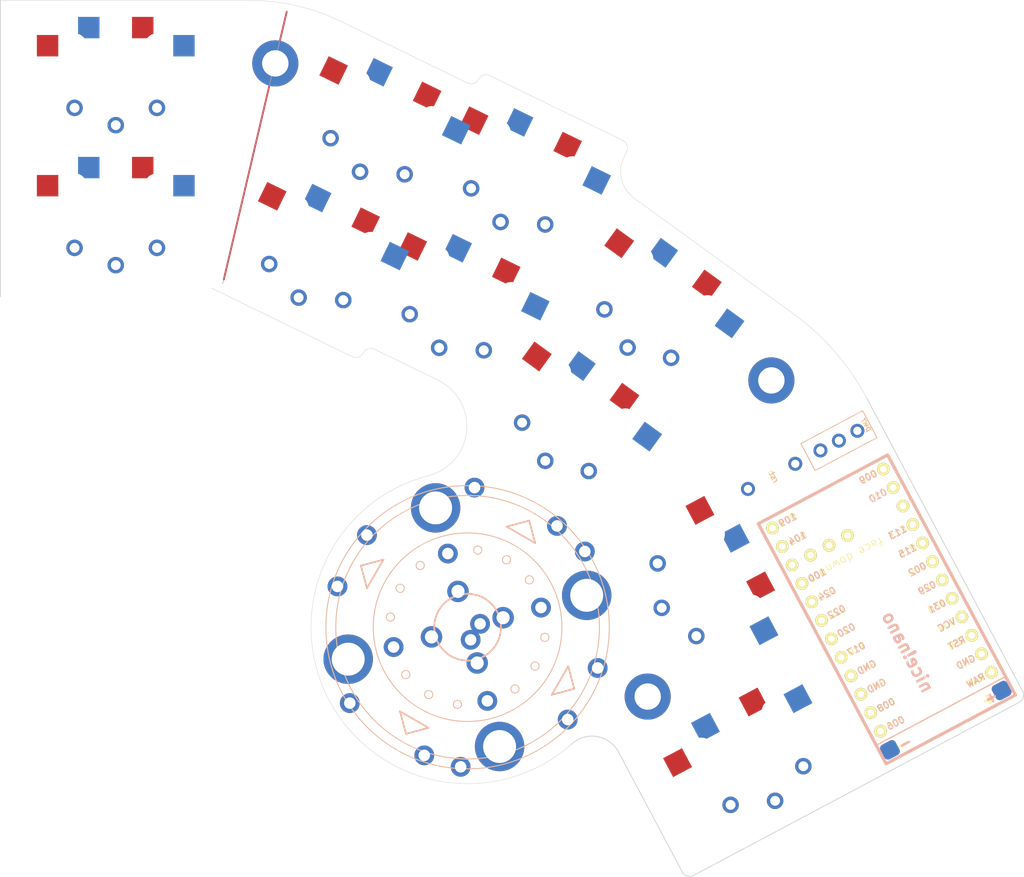
<source format=kicad_pcb>
(kicad_pcb (version 20221018) (generator pcbnew)
  (layers (0 "F.Cu" signal) (31 "B.Cu" signal) (34 "B.Paste" user) (35 "F.Paste" user) (36 "B.SilkS" user "B.Silkscreen") (37 "F.SilkS" user "F.Silkscreen") (38 "B.Mask" user) (39 "F.Mask" user) (44 "Edge.Cuts" user))
  (net 0 "")
  (net 1 "GND")
  (net 2 "RST")
  (net 3 "VCC")
  (net 4 "Bat+")
  (net 5 "RAW")
  (net 6 "JS_X")
  (net 7 "JS_Y")
  (footprint "footprints:pg1350-rev-hs-1U" (layer "F.Cu") (at 108.862677 48.251922 -26)
    (fp_text reference "SW2" hide)
    (fp_text value "SW_Push" hide)
    (pad "" np_thru_hole circle (at -5.5 0 334) (size 1.7018 1.7018) (drill 1.7018) (layers "*.Cu" "*.Mask"))
    (pad "" np_thru_hole circle (at -5 -3.75 334) (size 3 3) (drill 3) (layers "*.Cu" "*.Mask"))
    (pad "" np_thru_hole circle (at 0 -5.95 334) (size 3 3) (drill 3) (layers "*.Cu" "*.Mask"))
    (pad "" np_thru_hole circle (at 0 0 334) (size 3.429 3.429) (drill 3.429) (layers "*.Cu" "*.Mask"))
    (pad "" np_thru_hole circle (at 5 -3.75 334) (size 3 3) (drill 3) (layers "*.Cu" "*.Mask"))
    (pad "" np_thru_hole circle (at 5.5 0 334) (size 1.7018 1.7018) (drill 1.7018) (layers "*.Cu" "*.Mask"))
    (pad "1" thru_hole circle (at -5 3.8 334) (size 2 2) (drill 1.2) (layers "*.Cu" "F.Mask"))
    (pad "1" smd rect (at -3.275 -5.95 334) (size 2.6 2.6) (layers "B.Cu" "B.Paste" "B.Mask"))
    (pad "1" smd rect (at 3.275 -5.95 334) (size 2.6 2.6) (layers "F.Cu" "F.Paste" "F.Mask"))
    (pad "1" thru_hole circle (at 5 3.8 334) (size 2 2) (drill 1.2) (layers "*.Cu" "B.Mask"))
    (pad "2" smd rect (at -8.275 -3.75 334) (size 2.6 2.6) (layers "F.Cu" "F.Paste" "F.Mask") (net 1 "GND"))
    (pad "2" thru_hole circle (at 0 5.9 334) (size 2 2) (drill 1.2) (layers "*.Cu" "*.Mask") (net 1 "GND"))
    (pad "2" smd rect (at 8.275 -3.75 334) (size 2.6 2.6) (layers "B.Cu" "B.Paste" "B.Mask") (net 1 "GND"))
  )
  (footprint "footprints:pg1350-rev-hs-1.25U" (layer "F.Cu") (at 76.627298 41.99378 -90)
    (fp_text reference "SW1" hide)
    (fp_text value "SW_Push" hide)
    (pad "" np_thru_hole circle (at -5.95 0) (size 3 3) (drill 3) (layers "*.Cu" "*.Mask"))
    (pad "" np_thru_hole circle (at -3.75 -5) (size 3 3) (drill 3) (layers "*.Cu" "*.Mask"))
    (pad "" np_thru_hole circle (at -3.75 5) (size 3 3) (drill 3) (layers "*.Cu" "*.Mask"))
    (pad "" np_thru_hole circle (at 0 -5.5) (size 1.7018 1.7018) (drill 1.7018) (layers "*.Cu" "*.Mask"))
    (pad "" np_thru_hole circle (at 0 0) (size 3.429 3.429) (drill 3.429) (layers "*.Cu" "*.Mask"))
    (pad "" np_thru_hole circle (at 0 5.5) (size 1.7018 1.7018) (drill 1.7018) (layers "*.Cu" "*.Mask"))
    (pad "1" smd rect (at -5.95 -3.275) (size 2.6 2.6) (layers "F.Cu" "F.Paste" "F.Mask"))
    (pad "1" smd rect (at -5.95 3.275) (size 2.6 2.6) (layers "B.Cu" "B.Paste" "B.Mask"))
    (pad "1" thru_hole circle (at 3.8 -5) (size 2 2) (drill 1.2) (layers "*.Cu" "B.Mask"))
    (pad "1" thru_hole circle (at 3.8 5) (size 2 2) (drill 1.2) (layers "*.Cu" "F.Mask"))
    (pad "2" smd rect (at -3.75 -8.275) (size 2.6 2.6) (layers "B.Cu" "B.Paste" "B.Mask"))
    (pad "2" smd rect (at -3.75 8.275) (size 2.6 2.6) (layers "F.Cu" "F.Paste" "F.Mask"))
    (pad "2" thru_hole circle (at 5.9 0) (size 2 2) (drill 1.2) (layers "*.Cu" "*.Mask"))
  )
  (footprint "ANO-reversible:ANO-Toby-revers" (layer "F.Cu") (at 119.327853 108.860159 -30)
    (fp_text reference "REF**" hide)
    (fp_text value "ANO-Toby-revers" hide)
    (fp_line (start -12.95 -2.000001) (end -14.950001 0) (stroke (width 0.2)) (layer "B.SilkS"))
    (fp_line (start -12.95 -2.000001) (end -12.95 2.000001) (stroke (width 0.2)) (layer "B.SilkS"))
    (fp_line (start -12.95 2.000001) (end -14.950001 0) (stroke (width 0.2)) (layer "B.SilkS"))
    (fp_line (start -2.000001 12.95) (end 0 14.950001) (stroke (width 0.2)) (layer "B.SilkS"))
    (fp_line (start -2.000001 12.95) (end 2.000001 12.95) (stroke (width 0.2)) (layer "B.SilkS"))
    (fp_line (start 0 -14.949999) (end -2 -12.95) (stroke (width 0.2)) (layer "B.SilkS"))
    (fp_line (start 2 -12.95) (end -2 -12.95) (stroke (width 0.2)) (layer "B.SilkS"))
    (fp_line (start 2 -12.95) (end 0 -14.949999) (stroke (width 0.2)) (layer "B.SilkS"))
    (fp_line (start 2.000001 12.95) (end 0 14.950001) (stroke (width 0.2)) (layer "B.SilkS"))
    (fp_line (start 12.95 -2.000001) (end 14.950001 0) (stroke (width 0.2)) (layer "B.SilkS"))
    (fp_line (start 12.95 2.000001) (end 12.95 -2.000001) (stroke (width 0.2)) (layer "B.SilkS"))
    (fp_line (start 12.95 2.000001) (end 14.950001 0) (stroke (width 0.2)) (layer "B.SilkS"))
    (fp_circle (center -9.45 0) (end -9.45 0.499999) (stroke (width 0.1)) (fill none) (layer "B.SilkS"))
    (fp_circle (center -8.730662 3.616358) (end -8.53932 4.078298) (stroke (width 0.1)) (fill none) (layer "B.SilkS"))
    (fp_circle (center -8.73066 -3.61636) (end -8.922003 -3.154419) (stroke (width 0.1)) (fill none) (layer "B.SilkS"))
    (fp_circle (center -3.616358 -8.730662) (end -4.078298 -8.53932) (stroke (width 0.1)) (fill none) (layer "B.SilkS"))
    (fp_circle (center -3.616358 8.730662) (end -3.154419 8.922003) (stroke (width 0.1)) (fill none) (layer "B.SilkS"))
    (fp_circle (center 0 -9.45) (end -0.499999 -9.45) (stroke (width 0.1)) (fill none) (layer "B.SilkS"))
    (fp_circle (center 0 0) (end -17.200001 0) (stroke (width 0.1)) (fill none) (layer "B.SilkS"))
    (fp_circle (center 0 0) (end -15.999999 0) (stroke (width 0.1)) (fill none) (layer "B.SilkS"))
    (fp_circle (center 0 0) (end -11.450001 0) (stroke (width 0.1)) (fill none) (layer "B.SilkS"))
    (fp_circle (center 0 0) (end -4.049999 0) (stroke (width 0.2)) (fill none) (layer "B.SilkS"))
    (fp_circle (center 0 9.45) (end 0.499999 9.45) (stroke (width 0.1)) (fill none) (layer "B.SilkS"))
    (fp_circle (center 3.616358 8.730662) (end 4.078298 8.53932) (stroke (width 0.1)) (fill none) (layer "B.SilkS"))
    (fp_circle (center 3.61636 -8.73066) (end 3.154419 -8.922003) (stroke (width 0.1)) (fill none) (layer "B.SilkS"))
    (fp_circle (center 8.73066 3.61636) (end 8.922003 3.154419) (stroke (width 0.1)) (fill none) (layer "B.SilkS"))
    (fp_circle (center 8.730662 -3.616358) (end 8.53932 -4.078298) (stroke (width 0.1)) (fill none) (layer "B.SilkS"))
    (fp_circle (center 9.45 0) (end 9.45 -0.499999) (stroke (width 0.1)) (fill none) (layer "B.SilkS"))
    (fp_line (start -12.95 -2.000001) (end -14.950001 0) (stroke (width 0.2)) (layer "F.SilkS"))
    (fp_line (start -12.95 2.000001) (end -14.950001 0) (stroke (width 0.2)) (layer "F.SilkS"))
    (fp_line (start -12.95 2.000001) (end -12.95 -2.000001) (stroke (width 0.2)) (layer "F.SilkS"))
    (fp_line (start -2.000001 12.95) (end 0 14.950001) (stroke (width 0.2)) (layer "F.SilkS"))
    (fp_line (start -2 -12.95) (end 0 -14.949999) (stroke (width 0.2)) (layer "F.SilkS"))
    (fp_line (start -2 -12.95) (end 2 -12.95) (stroke (width 0.2)) (layer "F.SilkS"))
    (fp_line (start 2 -12.95) (end 0 -14.949999) (stroke (width 0.2)) (layer "F.SilkS"))
    (fp_line (start 2.000001 12.95) (end -2.000001 12.95) (stroke (width 0.2)) (layer "F.SilkS"))
    (fp_line (start 2.000001 12.95) (end 0 14.950001) (stroke (width 0.2)) (layer "F.SilkS"))
    (fp_line (start 12.95 -2.000001) (end 12.95 2.000001) (stroke (width 0.2)) (layer "F.SilkS"))
    (fp_line (start 12.95 -2.000001) (end 14.950001 0) (stroke (width 0.2)) (layer "F.SilkS"))
    (fp_line (start 12.95 2.000001) (end 14.950001 0) (stroke (width 0.2)) (layer "F.SilkS"))
    (fp_circle (center -9.45 0) (end -9.45 -0.499999) (stroke (width 0.1)) (fill none) (layer "F.SilkS"))
    (fp_circle (center -8.730662 -3.616358) (end -8.53932 -4.078298) (stroke (width 0.1)) (fill none) (layer "F.SilkS"))
    (fp_circle (center -8.73066 3.61636) (end -8.922003 3.154419) (stroke (width 0.1)) (fill none) (layer "F.SilkS"))
    (fp_circle (center -3.61636 -8.73066) (end -3.154419 -8.922003) (stroke (width 0.1)) (fill none) (layer "F.SilkS"))
    (fp_circle (center -3.616358 8.730662) (end -4.078298 8.53932) (stroke (width 0.1)) (fill none) (layer "F.SilkS"))
    (fp_circle (center 0 -9.45) (end 0.499999 -9.45) (stroke (width 0.1)) (fill none) (layer "F.SilkS"))
    (fp_circle (center 0 0) (end 4.049999 0) (stroke (width 0.2)) (fill none) (layer "F.SilkS"))
    (fp_circle (center 0 0) (end 11.450001 0) (stroke (width 0.1)) (fill none) (layer "F.SilkS"))
    (fp_circle (center 0 0) (end 15.999999 0) (stroke (width 0.1)) (fill none) (layer "F.SilkS"))
    (fp_circle (center 0 0) (end 17.200001 0) (stroke (width 0.1)) (fill none) (layer "F.SilkS"))
    (fp_circle (center 0 9.45) (end -0.499999 9.45) (stroke (width 0.1)) (fill none) (layer "F.SilkS"))
    (fp_circle (center 3.616358 -8.730662) (end 4.078298 -8.53932) (stroke (width 0.1)) (fill none) (layer "F.SilkS"))
    (fp_circle (center 3.61636 8.73066) (end 3.154419 8.922003) (stroke (width 0.1)) (fill none) (layer "F.SilkS"))
    (fp_circle (center 8.73066 -3.61636) (end 8.922003 -3.154419) (stroke (width 0.1)) (fill none) (layer "F.SilkS"))
    (fp_circle (center 8.730662 3.616358) (end 8.53932 4.078298) (stroke (width 0.1)) (fill none) (layer "F.SilkS"))
    (fp_circle (center 9.45 0) (end 9.45 0.499999) (stroke (width 0.1)) (fill none) (layer "F.SilkS"))
    (pad "1" thru_hole circle (at -10.606602 -10.606602 195) (size 6 6) (drill 4) (layers "*.Cu" "*.Mask"))
    (pad "1" thru_hole circle (at -10.606602 10.606602 195) (size 6 6) (drill 4) (layers "*.Cu" "*.Mask"))
    (pad "1" thru_hole circle (at -3.204636 3.209287 285) (size 2.6 2.6) (drill 1.6) (layers "*.Cu" "*.Mask"))
    (pad "1" thru_hole circle (at -3.181981 -3.181981 195) (size 2.6 2.6) (drill 1.6) (layers "*.Cu" "*.Mask"))
    (pad "1" thru_hole circle (at 3.159326 -3.154675 285) (size 2.6 2.6) (drill 1.6) (layers "*.Cu" "*.Mask"))
    (pad "1" thru_hole circle (at 3.181981 3.181981 195) (size 2.6 2.6) (drill 1.6) (layers "*.Cu" "*.Mask"))
    (pad "1" thru_hole circle (at 10.583947 -10.579296 285) (size 6 6) (drill 4) (layers "*.Cu" "*.Mask"))
    (pad "1" thru_hole circle (at 10.606602 10.606602 195) (size 6 6) (drill 4) (layers "*.Cu" "*.Mask"))
    (pad "A" thru_hole circle (at -6.547809 -6.547809 195) (size 2.4 2.4) (drill 1.4) (layers "*.Cu" "*.Mask"))
    (pad "B" thru_hole circle (at -6.570464 6.575115 195) (size 2.4 2.4) (drill 1.4) (layers "*.Cu" "*.Mask"))
    (pad "C" thru_hole circle (at 1.087503 1.137464 285) (size 2.4 2.4) (drill 1.4) (layers "*.Cu" "*.Mask"))
    (pad "C" thru_hole circle (at 1.110158 -1.110158 195) (size 2.4 2.4) (drill 1.4) (layers "*.Cu" "*.Mask"))
    (pad "D" thru_hole circle (at -7.772545 15.131107 285) (size 2.4 2.4) (drill 1.4) (layers "*.Cu" "*.Mask"))
    (pad "D" thru_hole circle (at -7.74989 -15.103801 195) (size 2.4 2.4) (drill 1.4) (layers "*.Cu" "*.Mask"))
    (pad "GND" thru_hole circle (at 3.230036 16.106914 285) (size 2.4 2.4) (drill 1.4) (layers "*.Cu" "*.Mask"))
    (pad "GND" thru_hole circle (at 3.252691 -16.079608 195) (size 2.4 2.4) (drill 1.4) (layers "*.Cu" "*.Mask"))
    (pad "GND" thru_hole circle (at 6.525154 -6.520503 285) (size 2.4 2.4) (drill 1.4) (layers "*.Cu" "*.Mask"))
    (pad "GND" thru_hole circle (at 6.547809 6.547809 195) (size 2.4 2.4) (drill 1.4) (layers "*.Cu" "*.Mask"))
    (pad "L" thru_hole circle (at 16.127664 3.633551 285) (size 2.4 2.4) (drill 1.4) (layers "*.Cu" "*.Mask"))
    (pad "L" thru_hole circle (at 16.150319 -3.606245 195) (size 2.4 2.4) (drill 1.4) (layers "*.Cu" "*.Mask"))
    (pad "R" thru_hole circle (at -16.172974 -3.578939 285) (size 2.4 2.4) (drill 1.4) (layers "*.Cu" "*.Mask"))
    (pad "R" thru_hole circle (at -16.150319 3.606245 195) (size 2.4 2.4) (drill 1.4) (layers "*.Cu" "*.Mask"))
    (pad "U" thru_hole circle (at 7.727235 -15.076495 285) (size 2.4 2.4) (drill 1.4) (layers "*.Cu" "*.Mask"))
    (pad "U" thru_hole circle (at 7.74989 15.103801 195) (size 2.4 2.4) (drill 1.4) (layers "*.Cu" "*.Mask"))
  )
  (footprint "footprints:pg1350-rev-hs-1U" (layer "F.Cu") (at 132.223842 83.883923 -36)
    (fp_text reference "SW9" hide)
    (fp_text value "SW_Push" hide)
    (pad "" np_thru_hole circle (at -5.5 0 324) (size 1.7018 1.7018) (drill 1.7018) (layers "*.Cu" "*.Mask"))
    (pad "" np_thru_hole circle (at -5 -3.75 324) (size 3 3) (drill 3) (layers "*.Cu" "*.Mask"))
    (pad "" np_thru_hole circle (at 0 -5.95 324) (size 3 3) (drill 3) (layers "*.Cu" "*.Mask"))
    (pad "" np_thru_hole circle (at 0 0 324) (size 3.429 3.429) (drill 3.429) (layers "*.Cu" "*.Mask"))
    (pad "" np_thru_hole circle (at 5 -3.75 324) (size 3 3) (drill 3) (layers "*.Cu" "*.Mask"))
    (pad "" np_thru_hole circle (at 5.5 0 324) (size 1.7018 1.7018) (drill 1.7018) (layers "*.Cu" "*.Mask"))
    (pad "1" thru_hole circle (at -5 3.8 324) (size 2 2) (drill 1.2) (layers "*.Cu" "F.Mask"))
    (pad "1" smd rect (at -3.275 -5.95 324) (size 2.6 2.6) (layers "B.Cu" "B.Paste" "B.Mask"))
    (pad "1" smd rect (at 3.275 -5.95 324) (size 2.6 2.6) (layers "F.Cu" "F.Paste" "F.Mask"))
    (pad "1" thru_hole circle (at 5 3.8 324) (size 2 2) (drill 1.2) (layers "*.Cu" "B.Mask"))
    (pad "2" smd rect (at -8.275 -3.75 324) (size 2.6 2.6) (layers "F.Cu" "F.Paste" "F.Mask"))
    (pad "2" thru_hole circle (at 0 5.9 324) (size 2 2) (drill 1.2) (layers "*.Cu" "*.Mask"))
    (pad "2" smd rect (at 8.275 -3.75 324) (size 2.6 2.6) (layers "B.Cu" "B.Paste" "B.Mask"))
  )
  (footprint "footprints:pg1350-rev-hs-1U" (layer "F.Cu") (at 118.465397 69.624514 -26)
    (fp_text reference "SW8" hide)
    (fp_text value "SW_Push" hide)
    (pad "" np_thru_hole circle (at -5.5 0 334) (size 1.7018 1.7018) (drill 1.7018) (layers "*.Cu" "*.Mask"))
    (pad "" np_thru_hole circle (at -5 -3.75 334) (size 3 3) (drill 3) (layers "*.Cu" "*.Mask"))
    (pad "" np_thru_hole circle (at 0 -5.95 334) (size 3 3) (drill 3) (layers "*.Cu" "*.Mask"))
    (pad "" np_thru_hole circle (at 0 0 334) (size 3.429 3.429) (drill 3.429) (layers "*.Cu" "*.Mask"))
    (pad "" np_thru_hole circle (at 5 -3.75 334) (size 3 3) (drill 3) (layers "*.Cu" "*.Mask"))
    (pad "" np_thru_hole circle (at 5.5 0 334) (size 1.7018 1.7018) (drill 1.7018) (layers "*.Cu" "*.Mask"))
    (pad "1" thru_hole circle (at -5 3.8 334) (size 2 2) (drill 1.2) (layers "*.Cu" "F.Mask"))
    (pad "1" smd rect (at -3.275 -5.95 334) (size 2.6 2.6) (layers "B.Cu" "B.Paste" "B.Mask"))
    (pad "1" smd rect (at 3.275 -5.95 334) (size 2.6 2.6) (layers "F.Cu" "F.Paste" "F.Mask"))
    (pad "1" thru_hole circle (at 5 3.8 334) (size 2 2) (drill 1.2) (layers "*.Cu" "B.Mask"))
    (pad "2" smd rect (at -8.275 -3.75 334) (size 2.6 2.6) (layers "F.Cu" "F.Paste" "F.Mask") (net 1 "GND"))
    (pad "2" thru_hole circle (at 0 5.9 334) (size 2 2) (drill 1.2) (layers "*.Cu" "*.Mask") (net 1 "GND"))
    (pad "2" smd rect (at 8.275 -3.75 334) (size 2.6 2.6) (layers "B.Cu" "B.Paste" "B.Mask") (net 1 "GND"))
  )
  (footprint "footprints:pg1350-rev-hs-1.25U" (layer "F.Cu") (at 153.880133 124.73386 -62)
    (fp_text reference "SW5" hide)
    (fp_text value "SW_Push" hide)
    (pad "" np_thru_hole circle (at -5.95 0 28) (size 3 3) (drill 3) (layers "*.Cu" "*.Mask"))
    (pad "" np_thru_hole circle (at -3.75 -5 28) (size 3 3) (drill 3) (layers "*.Cu" "*.Mask"))
    (pad "" np_thru_hole circle (at -3.75 5 28) (size 3 3) (drill 3) (layers "*.Cu" "*.Mask"))
    (pad "" np_thru_hole circle (at 0 -5.5 28) (size 1.7018 1.7018) (drill 1.7018) (layers "*.Cu" "*.Mask"))
    (pad "" np_thru_hole circle (at 0 0 28) (size 3.429 3.429) (drill 3.429) (layers "*.Cu" "*.Mask"))
    (pad "" np_thru_hole circle (at 0 5.5 28) (size 1.7018 1.7018) (drill 1.7018) (layers "*.Cu" "*.Mask"))
    (pad "1" smd rect (at -5.95 -3.275 28) (size 2.6 2.6) (layers "F.Cu" "F.Paste" "F.Mask"))
    (pad "1" smd rect (at -5.95 3.275 28) (size 2.6 2.6) (layers "B.Cu" "B.Paste" "B.Mask"))
    (pad "1" thru_hole circle (at 3.8 -5 28) (size 2 2) (drill 1.2) (layers "*.Cu" "B.Mask"))
    (pad "1" thru_hole circle (at 3.8 5 28) (size 2 2) (drill 1.2) (layers "*.Cu" "F.Mask"))
    (pad "2" smd rect (at -3.75 -8.275 28) (size 2.6 2.6) (layers "B.Cu" "B.Paste" "B.Mask"))
    (pad "2" smd rect (at -3.75 8.275 28) (size 2.6 2.6) (layers "F.Cu" "F.Paste" "F.Mask"))
    (pad "2" thru_hole circle (at 5.9 0 28) (size 2 2) (drill 1.2) (layers "*.Cu" "*.Mask"))
  )
  (footprint "MountingHole:MountingHole_3.2mm_M3_DIN965_Pad" (layer "F.Cu") (at 156.199131 78.892252 -72)
    (fp_text reference "REF**" hide)
    (fp_text value "MountingHole_3.2mm_M3_DIN965_Pad" hide)
    (pad "1" thru_hole circle (at 0 0 288) (size 5.6 5.6) (drill 3.2) (layers "*.Cu" "*.Mask"))
  )
  (footprint "footprints:pg1350-rev-hs-1U" (layer "F.Cu") (at 142.216189 70.130655 -36)
    (fp_text reference "SW4" hide)
    (fp_text value "SW_Push" hide)
    (pad "" np_thru_hole circle (at -5.5 0 324) (size 1.7018 1.7018) (drill 1.7018) (layers "*.Cu" "*.Mask"))
    (pad "" np_thru_hole circle (at -5 -3.75 324) (size 3 3) (drill 3) (layers "*.Cu" "*.Mask"))
    (pad "" np_thru_hole circle (at 0 -5.95 324) (size 3 3) (drill 3) (layers "*.Cu" "*.Mask"))
    (pad "" np_thru_hole circle (at 0 0 324) (size 3.429 3.429) (drill 3.429) (layers "*.Cu" "*.Mask"))
    (pad "" np_thru_hole circle (at 5 -3.75 324) (size 3 3) (drill 3) (layers "*.Cu" "*.Mask"))
    (pad "" np_thru_hole circle (at 5.5 0 324) (size 1.7018 1.7018) (drill 1.7018) (layers "*.Cu" "*.Mask"))
    (pad "1" thru_hole circle (at -5 3.8 324) (size 2 2) (drill 1.2) (layers "*.Cu" "F.Mask"))
    (pad "1" smd rect (at -3.275 -5.95 324) (size 2.6 2.6) (layers "B.Cu" "B.Paste" "B.Mask"))
    (pad "1" smd rect (at 3.275 -5.95 324) (size 2.6 2.6) (layers "F.Cu" "F.Paste" "F.Mask"))
    (pad "1" thru_hole circle (at 5 3.8 324) (size 2 2) (drill 1.2) (layers "*.Cu" "B.Mask"))
    (pad "2" smd rect (at -8.275 -3.75 324) (size 2.6 2.6) (layers "F.Cu" "F.Paste" "F.Mask"))
    (pad "2" thru_hole circle (at 0 5.9 324) (size 2 2) (drill 1.2) (layers "*.Cu" "*.Mask"))
    (pad "2" smd rect (at 8.275 -3.75 324) (size 2.6 2.6) (layers "B.Cu" "B.Paste" "B.Mask"))
  )
  (footprint "footprints:pg1350-rev-hs-1.25U" (layer "F.Cu") (at 76.627294 58.993786 -90)
    (fp_text reference "SW1" hide)
    (fp_text value "SW_Push" hide)
    (pad "" np_thru_hole circle (at -5.95 0) (size 3 3) (drill 3) (layers "*.Cu" "*.Mask"))
    (pad "" np_thru_hole circle (at -3.75 -5) (size 3 3) (drill 3) (layers "*.Cu" "*.Mask"))
    (pad "" np_thru_hole circle (at -3.75 5) (size 3 3) (drill 3) (layers "*.Cu" "*.Mask"))
    (pad "" np_thru_hole circle (at 0 -5.5) (size 1.7018 1.7018) (drill 1.7018) (layers "*.Cu" "*.Mask"))
    (pad "" np_thru_hole circle (at 0 0) (size 3.429 3.429) (drill 3.429) (layers "*.Cu" "*.Mask"))
    (pad "" np_thru_hole circle (at 0 5.5) (size 1.7018 1.7018) (drill 1.7018) (layers "*.Cu" "*.Mask"))
    (pad "1" smd rect (at -5.95 -3.275) (size 2.6 2.6) (layers "F.Cu" "F.Paste" "F.Mask"))
    (pad "1" smd rect (at -5.95 3.275) (size 2.6 2.6) (layers "B.Cu" "B.Paste" "B.Mask"))
    (pad "1" thru_hole circle (at 3.8 -5) (size 2 2) (drill 1.2) (layers "*.Cu" "B.Mask"))
    (pad "1" thru_hole circle (at 3.8 5) (size 2 2) (drill 1.2) (layers "*.Cu" "F.Mask"))
    (pad "2" smd rect (at -3.75 -8.275) (size 2.6 2.6) (layers "B.Cu" "B.Paste" "B.Mask"))
    (pad "2" smd rect (at -3.75 8.275) (size 2.6 2.6) (layers "F.Cu" "F.Paste" "F.Mask"))
    (pad "2" thru_hole circle (at 5.9 0) (size 2 2) (drill 1.2) (layers "*.Cu" "*.Mask"))
  )
  (footprint "footprints:pg1350-rev-hs-1U" (layer "F.Cu") (at 101.410357 63.531422 -26)
    (fp_text reference "SW7" hide)
    (fp_text value "SW_Push" hide)
    (pad "" np_thru_hole circle (at -5.5 0 334) (size 1.7018 1.7018) (drill 1.7018) (layers "*.Cu" "*.Mask"))
    (pad "" np_thru_hole circle (at -5 -3.75 334) (size 3 3) (drill 3) (layers "*.Cu" "*.Mask"))
    (pad "" np_thru_hole circle (at 0 -5.95 334) (size 3 3) (drill 3) (layers "*.Cu" "*.Mask"))
    (pad "" np_thru_hole circle (at 0 0 334) (size 3.429 3.429) (drill 3.429) (layers "*.Cu" "*.Mask"))
    (pad "" np_thru_hole circle (at 5 -3.75 334) (size 3 3) (drill 3) (layers "*.Cu" "*.Mask"))
    (pad "" np_thru_hole circle (at 5.5 0 334) (size 1.7018 1.7018) (drill 1.7018) (layers "*.Cu" "*.Mask"))
    (pad "1" thru_hole circle (at -5 3.8 334) (size 2 2) (drill 1.2) (layers "*.Cu" "F.Mask"))
    (pad "1" smd rect (at -3.275 -5.95 334) (size 2.6 2.6) (layers "B.Cu" "B.Paste" "B.Mask"))
    (pad "1" smd rect (at 3.275 -5.95 334) (size 2.6 2.6) (layers "F.Cu" "F.Paste" "F.Mask"))
    (pad "1" thru_hole circle (at 5 3.8 334) (size 2 2) (drill 1.2) (layers "*.Cu" "B.Mask"))
    (pad "2" smd rect (at -8.275 -3.75 334) (size 2.6 2.6) (layers "F.Cu" "F.Paste" "F.Mask") (net 1 "GND"))
    (pad "2" thru_hole circle (at 0 5.9 334) (size 2 2) (drill 1.2) (layers "*.Cu" "*.Mask") (net 1 "GND"))
    (pad "2" smd rect (at 8.275 -3.75 334) (size 2.6 2.6) (layers "B.Cu" "B.Paste" "B.Mask") (net 1 "GND"))
  )
  (footprint "footprints:pg1350-rev-hs-1.25U" (layer "F.Cu") (at 148.097877 103.741225 -152)
    (fp_text reference "SW10" hide)
    (fp_text value "SW_Push" hide)
    (pad "" np_thru_hole circle (at -5.95 0 298) (size 3 3) (drill 3) (layers "*.Cu" "*.Mask"))
    (pad "" np_thru_hole circle (at -3.75 -5 298) (size 3 3) (drill 3) (layers "*.Cu" "*.Mask"))
    (pad "" np_thru_hole circle (at -3.75 5 298) (size 3 3) (drill 3) (layers "*.Cu" "*.Mask"))
    (pad "" np_thru_hole circle (at 0 -5.5 298) (size 1.7018 1.7018) (drill 1.7018) (layers "*.Cu" "*.Mask"))
    (pad "" np_thru_hole circle (at 0 0 298) (size 3.429 3.429) (drill 3.429) (layers "*.Cu" "*.Mask"))
    (pad "" np_thru_hole circle (at 0 5.5 298) (size 1.7018 1.7018) (drill 1.7018) (layers "*.Cu" "*.Mask"))
    (pad "1" smd rect (at -5.95 -3.275 298) (size 2.6 2.6) (layers "F.Cu" "F.Paste" "F.Mask"))
    (pad "1" smd rect (at -5.95 3.275 298) (size 2.6 2.6) (layers "B.Cu" "B.Paste" "B.Mask"))
    (pad "1" thru_hole circle (at 3.8 -5 298) (size 2 2) (drill 1.2) (layers "*.Cu" "B.Mask"))
    (pad "1" thru_hole circle (at 3.8 5 298) (size 2 2) (drill 1.2) (layers "*.Cu" "F.Mask"))
    (pad "2" smd rect (at -3.75 -8.275 298) (size 2.6 2.6) (layers "B.Cu" "B.Paste" "B.Mask"))
    (pad "2" smd rect (at -3.75 8.275 298) (size 2.6 2.6) (layers "F.Cu" "F.Paste" "F.Mask"))
    (pad "2" thru_hole circle (at 5.9 0 298) (size 2 2) (drill 1.2) (layers "*.Cu" "*.Mask"))
  )
  (footprint "MountingHole:MountingHole_3.2mm_M3_DIN965_Pad" (layer "F.Cu") (at 141.187138 117.284392 -26)
    (fp_text reference "REF**" hide)
    (fp_text value "MountingHole_3.2mm_M3_DIN965_Pad" hide)
    (pad "1" thru_hole circle (at 0 0 334) (size 5.6 5.6) (drill 3.2) (layers "*.Cu" "*.Mask"))
  )
  (footprint "MountingHole:MountingHole_3.2mm_M3_DIN965_Pad" (layer "F.Cu") (at 95.991083 40.391154 -36)
    (fp_text reference "REF**" hide)
    (fp_text value "MountingHole_3.2mm_M3_DIN965_Pad" hide)
    (pad "1" thru_hole circle (at 0 0 324) (size 5.6 5.6) (drill 3.2) (layers "*.Cu" "*.Mask"))
  )
  (footprint "footprints:pg1350-rev-hs-1U" (layer "F.Cu") (at 125.917702 54.345011 -26)
    (fp_text reference "SW3" hide)
    (fp_text value "SW_Push" hide)
    (pad "" np_thru_hole circle (at -5.5 0 334) (size 1.7018 1.7018) (drill 1.7018) (layers "*.Cu" "*.Mask"))
    (pad "" np_thru_hole circle (at -5 -3.75 334) (size 3 3) (drill 3) (layers "*.Cu" "*.Mask"))
    (pad "" np_thru_hole circle (at 0 -5.95 334) (size 3 3) (drill 3) (layers "*.Cu" "*.Mask"))
    (pad "" np_thru_hole circle (at 0 0 334) (size 3.429 3.429) (drill 3.429) (layers "*.Cu" "*.Mask"))
    (pad "" np_thru_hole circle (at 5 -3.75 334) (size 3 3) (drill 3) (layers "*.Cu" "*.Mask"))
    (pad "" np_thru_hole circle (at 5.5 0 334) (size 1.7018 1.7018) (drill 1.7018) (layers "*.Cu" "*.Mask"))
    (pad "1" thru_hole circle (at -5 3.8 334) (size 2 2) (drill 1.2) (layers "*.Cu" "F.Mask"))
    (pad "1" smd rect (at -3.275 -5.95 334) (size 2.6 2.6) (layers "B.Cu" "B.Paste" "B.Mask"))
    (pad "1" smd rect (at 3.275 -5.95 334) (size 2.6 2.6) (layers "F.Cu" "F.Paste" "F.Mask"))
    (pad "1" thru_hole circle (at 5 3.8 334) (size 2 2) (drill 1.2) (layers "*.Cu" "B.Mask"))
    (pad "2" smd rect (at -8.275 -3.75 334) (size 2.6 2.6) (layers "F.Cu" "F.Paste" "F.Mask") (net 1 "GND"))
    (pad "2" thru_hole circle (at 0 5.9 334) (size 2 2) (drill 1.2) (layers "*.Cu" "*.Mask") (net 1 "GND"))
    (pad "2" smd rect (at 8.275 -3.75 334) (size 2.6 2.6) (layers "B.Cu" "B.Paste" "B.Mask") (net 1 "GND"))
  )
  (footprint "footprints3:Reset_Pretty" (layer "B.Cu") (at 164.394388 86.202912 118)
    (fp_text reference "REF**" hide)
    (fp_text value "Reset_Pretty" hide)
    (fp_text user "pwr" (at -0.826067 3.511443 298 unlocked) (layer "B.SilkS") (effects (font (size 0.7 0.7) (thickness 0.1)) (justify left bottom mirror)))
    (fp_text user "pwr" (at 0.972627 3.511443 298 unlocked) (layer "F.SilkS") (effects (font (size 0.7 0.7) (thickness 0.1)) (justify left bottom)))
    (fp_rect (start 1.85 -4.25) (end -1.85 4.25) (stroke (width 0.1)) (fill none) (layer "B.SilkS"))
    (fp_rect (start 1.85 -4.25) (end -1.85 4.25) (stroke (width 0.1)) (fill none) (layer "F.SilkS"))
    (pad "BAT+" thru_hole circle (at 0 2.54 118) (size 1.7 1.7) (drill 1) (layers "*.Cu" "*.Mask") (net 4 "Bat+"))
    (pad "NC" thru_hole circle (at 0 -2.54 118) (size 1.7 1.7) (drill 1) (layers "*.Cu" "*.Mask"))
    (pad "RAW" thru_hole circle (at 0 0 118) (size 1.7 1.7) (drill 1) (layers "*.Cu" "*.Mask") (net 5 "RAW"))
  )
  (footprint "footprints3:reset_sw_Toby" (layer "B.Cu") (at 156.227121 90.545525 118)
    (fp_text reference "REF**" hide)
    (fp_text value "reset_sw_Toby" hide)
    (fp_text user "rst" (at -0.979999 -0.20941 298 unlocked) (layer "B.SilkS") (effects (font (size 0.7 0.7) (thickness 0.1)) (justify left bottom mirror)))
    (fp_text user "rst" (at 0.818695 -0.20941 298 unlocked) (layer "F.SilkS") (effects (font (size 0.7 0.7) (thickness 0.1)) (justify left bottom)))
    (pad "GND" thru_hole circle (at 0 3.25 118) (size 1.7 1.7) (drill 1) (layers "*.Cu" "*.Mask") (net 1 "GND"))
    (pad "RST" thru_hole circle (at 0 -3.25 118) (size 1.7 1.7) (drill 1) (layers "*.Cu" "*.Mask") (net 2 "RST"))
  )
  (footprint "nice-nano-kicad-master:nice_nano_Toby" (layer "B.Cu") (at 170.114537 125.445574 28)
    (fp_text reference "U1" hide)
    (fp_text value "nice_nano_Toby" hide)
    (fp_text user "008" (at 3.35281 -6.28 28) (layer "B.SilkS") (effects (font (size 0.8 0.8)) (justify mirror)))
    (fp_text user "RAW" (at 14.363715 -3.810001 28) (layer "B.SilkS") (effects (font (size 0.8 0.8)) (justify mirror)))
    (fp_text user "+" (at 14.104377 -1.670001 208 unlocked) (layer "B.SilkS") (effects (font (size 1.2 1.2) (thickness 0.3) bold) (justify left bottom mirror)))
    (fp_text user "GND" (at 14.344667 -6.35 28) (layer "B.SilkS") (effects (font (size 0.8 0.8)) (justify mirror)))
    (fp_text user "113" (at 14.427191 -24.13 28) (layer "B.SilkS") (effects (font (size 0.8 0.8)) (justify mirror)))
    (fp_text user "-" (at 2.285684 -1.670001 208 unlocked) (layer "B.SilkS") (effects (font (size 1.2 1.2) (thickness 0.3) bold) (justify left bottom mirror)))
    (fp_text user "017" (at 3.35281 -13.98 28) (layer "B.SilkS") (effects (font (size 0.8 0.8)) (justify mirror)))
    (fp_text user "024" (at 3.35281 -21.590001 28) (layer "B.SilkS") (effects (font (size 0.8 0.8)) (justify mirror)))
    (fp_text user "002" (at 14.427191 -19.05 28) (layer "B.SilkS") (effects (font (size 0.8 0.8)) (justify mirror)))
    (fp_text user "029" (at 14.427191 -16.510001 28) (layer "B.SilkS") (effects (font (size 0.8 0.8)) (justify mirror)))
    (fp_text user "GND" (at 3.429 -8.89 28) (layer "B.SilkS") (effects (font (size 0.8 0.8)) (justify mirror)))
    (fp_text user "010" (at 14.427191 -29.21 28) (layer "B.SilkS") (effects (font (size 0.8 0.8)) (justify mirror)))
    (fp_text user "109" (at 3.352809 -31.750001 28) (layer "B.SilkS") (effects (font (size 0.8 0.8)) (justify mirror)))
    (fp_text user "006" (at 3.35281 -3.81 28) (layer "B.SilkS") (effects (font (size 0.8 0.8)) (justify mirror)))
    (fp_text user "020" (at 3.35281 -16.580001 28) (layer "B.SilkS") (effects (font (size 0.8 0.8)) (justify mirror)))
    (fp_text user "009" (at 14.427191 -31.750001 28) (layer "B.SilkS") (effects (font (size 0.8 0.8)) (justify mirror)))
    (fp_text user "RST" (at 14.478 -8.890001 28) (layer "B.SilkS") (effects (font (size 0.8 0.8)) (justify mirror)))
    (fp_text user "031" (at 14.427191 -13.97 28) (layer "B.SilkS") (effects (font (size 0.8 0.8)) (justify mirror)))
    (fp_text user "GND" (at 3.428999 -11.43 28) (layer "B.SilkS") (effects (font (size 0.8 0.8)) (justify mirror)))
    (fp_text user "022" (at 3.35281 -19.080001 28) (layer "B.SilkS") (effects (font (size 0.8 0.8)) (justify mirror)))
    (fp_text user "nice!nano" (at 8.706602 -10.743493 118) (layer "B.SilkS") (effects (font (size 1.5 1.5) (thickness 0.3)) (justify mirror)))
    (fp_text user "100" (at 3.35281 -24.13 28) (layer "B.SilkS") (effects (font (size 0.8 0.8)) (justify mirror)))
    (fp_text user "115" (at 14.427191 -21.590001 28) (layer "B.SilkS") (effects (font (size 0.8 0.8)) (justify mirror)))
    (fp_text user "VCC" (at 14.427191 -11.43 28) (layer "B.SilkS") (effects (font (size 0.8 0.8)) (justify mirror)))
    (fp_text user "104" (at 3.352809 -29.21 28) (layer "B.SilkS") (effects (font (size 0.8 0.8)) (justify mirror)))
    (fp_text user "006" (at 3.35281 -3.81 28) (layer "F.SilkS") (effects (font (size 0.8 0.8))))
    (fp_text user "002" (at 14.427191 -19.05 28) (layer "F.SilkS") (effects (font (size 0.8 0.8))))
    (fp_text user "VCC" (at 14.427191 -11.43 28) (layer "F.SilkS") (effects (font (size 0.8 0.8))))
    (fp_text user "100" (at 3.35281 -24.13 28) (layer "F.SilkS") (effects (font (size 0.8 0.8))))
    (fp_text user "010" (at 14.427191 -29.21 28) (layer "F.SilkS") (effects (font (size 0.8 0.8))))
    (fp_text user "109" (at 3.352809 -31.750001 28) (layer "F.SilkS") (effects (font (size 0.8 0.8))))
    (fp_text user "009" (at 14.427191 -31.750001 28) (layer "F.SilkS") (effects (font (size 0.8 0.8))))
    (fp_text user "GND" (at 3.429 -8.89 28) (layer "F.SilkS") (effects (font (size 0.8 0.8))))
    (fp_text user "face down" (at 12.395021 -24.801742 208 unlocked) (layer "F.SilkS") (effects (font (thickness 0.1)) (justify left bottom)))
    (fp_text user "029" (at 14.427191 -16.510001 28) (layer "F.SilkS") (effects (font (size 0.8 0.8))))
    (fp_text user "017" (at 3.35281 -13.97 28) (layer "F.SilkS") (effects (font (size 0.8 0.8))))
    (fp_text user "GND" (at 3.428999 -11.43 28) (layer "F.SilkS") (effects (font (size 0.8 0.8))))
    (fp_text user "RST" (at 14.478 -8.890001 28) (layer "F.SilkS") (effects (font (size 0.8 0.8))))
    (fp_text user "113" (at 14.427191 -24.13 28) (layer "F.SilkS") (effects (font (size 0.8 0.8))))
    (fp_text user "024" (at 3.35281 -21.580001 28) (layer "F.SilkS") (effects (font (size 0.8 0.8))))
    (fp_text user "GND" (at 14.344667 -6.35 28) (layer "F.SilkS") (effects (font (size 0.8 0.8))))
    (fp_text user "104" (at 3.352809 -29.21 28) (layer "F.SilkS") (effects (font (size 0.8 0.8))))
    (fp_text user "031" (at 14.427191 -13.97 28) (layer "F.SilkS") (effects (font (size 0.8 0.8))))
    (fp_text user "-" (at 3.786978 -1.670001 208 unlocked) (layer "F.SilkS") (effects (font (size 1.2 1.2) (thickness 0.3) bold) (justify left bottom)))
    (fp_text user "+" (at 15.605671 -1.670001 208 unlocked) (layer "F.SilkS") (effects (font (size 1.2 1.2) (thickness 0.3) bold) (justify left bottom)))
    (fp_text user "020" (at 3.35281 -16.580001 28) (layer "F.SilkS") (effects (font (size 0.8 0.8))))
    (fp_text user "RAW" (at 14.363715 -3.810001 28) (layer "F.SilkS") (effects (font (size 0.8 0.8))))
    (fp_text user "115" (at 14.427191 -21.590001 28) (layer "F.SilkS") (effects (font (size 0.8 0.8))))
    (fp_text user "008" (at 3.35281 -6.28 28) (layer "F.SilkS") (effects (font (size 0.8 0.8))))
    (fp_text user "022" (at 3.35281 -19.080001 28) (layer "F.SilkS") (effects (font (size 0.8 0.8))))
    (fp_line (start 0 -33.020001) (end 17.78 -33.020001) (stroke (width 0.381)) (layer "B.SilkS"))
    (fp_line (start 0 -2.540001) (end 0 -33.020001) (stroke (width 0.15)) (layer "B.SilkS"))
    (fp_line (start 0 -2.540001) (end 0 -33.020001) (stroke (width 0.381)) (layer "B.SilkS"))
    (fp_line (start 0 -2.540001) (end 17.780001 -2.540001) (stroke (width 0.15)) (layer "B.SilkS"))
    (fp_line (start 0 0) (end 0 -2.540001) (stroke (width 0.381)) (layer "B.SilkS"))
    (fp_line (start 17.78 -33.020001) (end 0 -33.020001) (stroke (width 0.15)) (layer "B.SilkS"))
    (fp_line (start 17.78 -33.020001) (end 17.78 -2.540001) (stroke (width 0.381)) (layer "B.SilkS"))
    (fp_line (start 17.78 -2.540001) (end 17.78 0) (stroke (width 0.381)) (layer "B.SilkS"))
    (fp_line (start 17.78 0) (end 0 0) (stroke (width 0.381)) (layer "B.SilkS"))
    (fp_line (start 17.780001 -2.54) (end 17.78 -33.02) (stroke (width 0.15)) (layer "B.SilkS"))
    (fp_line (start 0 -33.020001) (end 17.78 -33.020001) (stroke (width 0.381)) (layer "F.SilkS"))
    (fp_line (start 0 -2.540001) (end 0 -33.020001) (stroke (width 0.15)) (layer "F.SilkS"))
    (fp_line (start 0 -2.540001) (end 17.780001 -2.540001) (stroke (width 0.15)) (layer "F.SilkS"))
    (fp_line (start 0 0) (end 0 -33.020001) (stroke (width 0.381)) (layer "F.SilkS"))
    (fp_line (start 17.78 -33.020001) (end 0 -33.020001) (stroke (width 0.15)) (layer "F.SilkS"))
    (fp_line (start 17.78 -33.020001) (end 17.78 0) (stroke (width 0.381)) (layer "F.SilkS"))
    (fp_line (start 17.78 0) (end 0 0) (stroke (width 0.381)) (layer "F.SilkS"))
    (fp_line (start 17.780001 -2.54) (end 17.78 -33.02) (stroke (width 0.15)) (layer "F.SilkS"))
    (pad "0" thru_hole circle (at 1.27 -6.35 208) (size 1.524 1.524) (drill 0.8128) (layers "*.Cu" "*.Mask" "F.SilkS"))
    (pad "1" thru_hole circle (at 1.27 -3.810001 208) (size 1.524 1.524) (drill 0.8128) (layers "*.Cu" "*.Mask" "F.SilkS"))
    (pad "2" thru_hole circle (at 1.27 -13.97 208) (size 1.524 1.524) (drill 0.8128) (layers "*.Cu" "*.Mask" "F.SilkS"))
    (pad "3" thru_hole circle (at 1.27 -16.510001 208) (size 1.524 1.524) (drill 0.8128) (layers "*.Cu" "*.Mask" "F.SilkS"))
    (pad "4" thru_hole circle (at 1.27 -19.050001 208) (size 1.524 1.524) (drill 0.8128) (layers "*.Cu" "*.Mask" "F.SilkS"))
    (pad "5" thru_hole circle (at 1.27 -21.590001 208) (size 1.524 1.524) (drill 0.8128) (layers "*.Cu" "*.Mask" "F.SilkS"))
    (pad "6" thru_hole circle (at 1.27 -24.13 208) (size 1.524 1.524) (drill 0.8128) (layers "*.Cu" "*.Mask" "F.SilkS"))
    (pad "7" thru_hole circle (at 1.27 -26.670001 208) (size 1.524 1.524) (drill 0.8128) (layers "*.Cu" "*.Mask" "F.SilkS"))
    (pad "8" thru_hole circle (at 1.27 -29.21 208) (size 1.524 1.524) (drill 0.8128) (layers "*.Cu" "*.Mask" "F.SilkS"))
    (pad "9" thru_hole circle (at 1.27 -31.750001 208) (size 1.524 1.524) (drill 0.8128) (layers "*.Cu" "*.Mask" "F.SilkS"))
    (pad "10" thru_hole circle (at 16.51 -31.750001 208) (size 1.524 1.524) (drill 0.8128) (layers "*.Cu" "*.Mask" "F.SilkS"))
    (pad "14" thru_hole circle (at 16.51 -26.670001 208) (size 1.524 1.524) (drill 0.8128) (layers "*.Cu" "*.Mask" "F.SilkS"))
    (pad "15" thru_hole circle (at 16.51 -24.13 208) (size 1.524 1.524) (drill 0.8128) (layers "*.Cu" "*.Mask" "F.SilkS"))
    (pad "16" thru_hole circle (at 16.51 -29.21 208) (size 1.524 1.524) (drill 0.8128) (layers "*.Cu" "*.Mask" "F.SilkS"))
    (pad "18" thru_hole circle (at 16.51 -21.590001 208) (size 1.524 1.524) (drill 0.8128) (layers "*.Cu" "*.Mask" "F.SilkS"))
    (pad "19" thru_hole circle (at 16.51 -19.050001 208) (size 1.524 1.524) (drill 0.8128) (layers "*.Cu" "*.Mask" "F.SilkS"))
    (pad "20" thru_hole circle (at 16.51 -16.510001 208) (size 1.524 1.524) (drill 0.8128) (layers "*.Cu" "*.Mask" "F.SilkS") (net 7 "JS_Y"))
    (pad "21" thru_hole circle (at 16.51 -13.97 208) (size 1.524 1.524) (drill 0.8128) (layers "*.Cu" "*.Mask" "F.SilkS") (net 6 "JS_X"))
    (pad "27" thru_hole circle (at 3.81 -26.67 208) (size 1.524 1.524) (drill 0.8128) (layers "*.Cu" "*.Mask" "F.SilkS"))
    (pad "28" thru_hole circle (at 6.35 -26.670001 208) (size 1.524 1.524) (drill 0.8128) (layers "*.Cu" "*.Mask" "F.SilkS"))
    (pad "29" thru_hole circle (at 8.89 -26.670001 208) (size 1.524 1.524) (drill 0.8128) (layers "*.Cu" "*.Mask" "F.SilkS"))
    (pad "Bat+" smd roundrect (at 16.560868 -1.270001 28) (size 2.055772 1.971762) (layers "B.Cu" "F.Paste" "F.Mask") (net 4 "Bat+"))
    (pad "Bat+" smd roundrect (at 16.560868 -1.270001 28) (size 2.055772 1.971798) (layers "F.Cu" "F.Paste" "F.Mask") (net 4 "Bat+"))
    (pad "Bat-" smd roundrect (at 1.215517 -1.270001 28) (size 2.0558 1.971806) (layers "F.Cu" "F.Paste" "F.Mask") (net 1 "GND"))
    (pad "Bat-" smd roundrect (at 1.215539 -1.270001 28) (size 2.055756 1.971754) (layers "B.Cu" "F.Paste" "F.Mask") (net 1 "GND"))
    (pad "GND" thru_hole circle (at 1.27 -11.43 208) (size 1.524 1.524) (drill 0.8128) (layers "*.Cu" "*.Mask" "F.SilkS"))
    (pad "GND" thru_hole circle (at 1.27 -8.890001 208) (size 1.524 1.524) (drill 0.8128) (layers "*.Cu" "*.Mask" "F.SilkS"))
    (pad "GND" thru_hole circle (at 16.51 -6.35 208) (size 1.524 1.524) (drill 0.8128) (layers "*.Cu" "*.Mask" "F.SilkS"))
    (pad "RAW" thru_hole circle (at 16.51 -3.810001 208) (size 1.524 1.524) (drill 0.8128) (layers "*.Cu" "*.Mask" "F.SilkS") (net 5 "RAW"))
    (pad "RST" thru_hole circle (at 16.51 -8.890001 208) (size 1.524 1.524) (drill 0.8128) (layers "*.Cu" "*.Mask" "F.SilkS") (net 2 "RST"))
    (pad "VCC" thru_hole circle (at 16.51 -11.43 208) (size 1.524 1.524) (drill 0.8128) (layers "*.Cu" "*.Mask" "F.SilkS") (net 3 "VCC"))
  )
  (gr_line (start 97.376687 34.109742) (end 89.73599 66.648257) (stroke (width 0.2)) (layer "F.Cu"))
  (gr_line (start 97.376687 34.109742) (end 89.73599 66.648257) (stroke (width 0.2)) (layer "F.Cu"))
  (gr_line (start 97.392363 34.036724) (end 89.604565 67.154138) (stroke (width 0.05)) (layer "B.Cu"))
  (gr_line (start 97.392363 34.036724) (end 89.604565 67.154138) (stroke (width 0.05)) (layer "B.SilkS"))
  (gr_line (start 105.334984 76.015311) (end 88.25789 67.686264) (stroke (width 0.05)) (layer "Edge.Cuts"))
  (gr_arc (start 106.672148 75.554884) (mid 107.245364 75.04772) (end 108.009308 75.094459) (stroke (width 0.05)) (layer "Edge.Cuts"))
  (gr_line (start 62.627298 32.74378) (end 62.627299 68.729908) (stroke (width 0.1)) (layer "Edge.Cuts"))
  (gr_arc (start 146.744426 139.004244) (mid 145.982587 139.07761) (end 145.392018 138.590775) (stroke (width 0.1)) (layer "Edge.Cuts"))
  (gr_line (start 121.993076 41.861137) (end 138.171376 49.751812) (stroke (width 0.05)) (layer "Edge.Cuts"))
  (gr_arc (start 186.696304 116.628889) (mid 186.769679 117.390739) (end 186.282831 117.981307) (stroke (width 0.1)) (layer "Edge.Cuts"))
  (gr_arc (start 131.886291 123.117624) (mid 134.991864 122.131772) (end 137.645726 124.022143) (stroke (width 0.1)) (layer "Edge.Cuts"))
  (gr_line (start 186.282831 117.981307) (end 146.744428 139.004249) (stroke (width 0.1)) (layer "Edge.Cuts"))
  (gr_arc (start 92.837623 32.743574) (mid 98.585769 33.398485) (end 104.039265 35.329668) (stroke (width 0.05)) (layer "Edge.Cuts"))
  (gr_arc (start 115.745512 78.862816) (mid 119.198007 85.134805) (end 114.453403 90.496359) (stroke (width 0.05)) (layer "Edge.Cuts"))
  (gr_arc (start 158.838069 70.772578) (mid 163.90013 75.411091) (end 167.789007 81.069438) (stroke (width 0.05)) (layer "Edge.Cuts"))
  (gr_line (start 62.627298 32.74378) (end 92.837623 32.743574) (stroke (width 0.05)) (layer "Edge.Cuts"))
  (gr_arc (start 138.171376 49.751812) (mid 138.678537 50.325028) (end 138.631799 51.088969) (stroke (width 0.05)) (layer "Edge.Cuts"))
  (gr_line (start 145.392018 138.590775) (end 137.645726 124.022143) (stroke (width 0.1)) (layer "Edge.Cuts"))
  (gr_line (start 120.655915 42.321557) (end 120.655928 42.321556) (stroke (width 0.05)) (layer "Edge.Cuts"))
  (gr_arc (start 120.655921 42.321556) (mid 120.082705 42.828718) (end 119.318764 42.781978) (stroke (width 0.05)) (layer "Edge.Cuts"))
  (gr_line (start 108.009308 75.094459) (end 115.745512 78.862816) (stroke (width 0.05)) (layer "Edge.Cuts"))
  (gr_arc (start 106.672143 75.554884) (mid 106.098927 76.062049) (end 105.334984 76.015311) (stroke (width 0.05)) (layer "Edge.Cuts"))
  (gr_line (start 119.318764 42.781978) (end 104.039265 35.329668) (stroke (width 0.05)) (layer "Edge.Cuts"))
  (gr_arc (start 131.886291 123.117624) (mid 102.570832 117.815153) (end 114.453403 90.496359) (stroke (width 0.05)) (layer "Edge.Cuts"))
  (gr_line (start 186.696304 116.628889) (end 167.789007 81.069438) (stroke (width 0.1)) (layer "Edge.Cuts"))
  (gr_line (start 138.631797 51.088976) (end 138.27012 51.859362) (stroke (width 0.05)) (layer "Edge.Cuts"))
  (gr_arc (start 120.655928 42.321556) (mid 121.229144 41.814394) (end 121.993089 41.861129) (stroke (width 0.05)) (layer "Edge.Cuts"))
  (gr_arc (start 139.554011 56.76472) (mid 138.0355 54.541466) (end 138.27012 51.859362) (stroke (width 0.05)) (layer "Edge.Cuts"))
  (gr_line (start 105.773361 75.116512) (end 105.773349 75.116516) (stroke (width 0.05)) (layer "Edge.Cuts"))
  (gr_line (start 139.554011 56.76472) (end 158.837623 70.773191) (stroke (width 0.05)) (layer "Edge.Cuts"))
)
</source>
